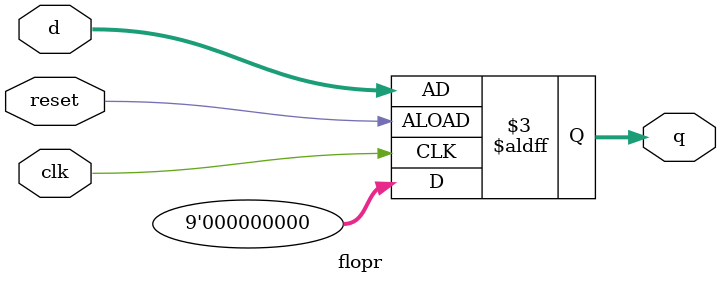
<source format=sv>
`timescale 1ns / 1ps


module flopr #(
    parameter WIDTH = 9
)(
    input logic clk, reset,
    input logic [WIDTH-1:0] d,
    output logic [WIDTH-1:0] q  
    );
    
//    always @(posedge reset) begin
//        q <= 1'b0;
//    end
    
    always @(posedge clk or negedge reset) begin
        if (reset == 1) begin
            q <= 1'b0;
        end
        else begin
            q <= d;
        end
    end
endmodule

</source>
